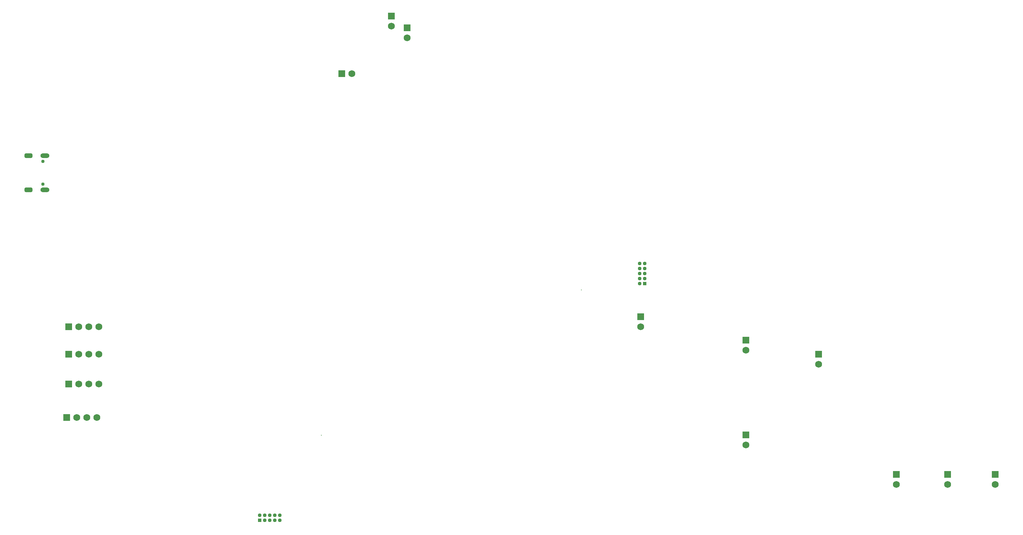
<source format=gbr>
%TF.GenerationSoftware,Altium Limited,Altium Designer,24.2.2 (26)*%
G04 Layer_Color=16711935*
%FSLAX45Y45*%
%MOMM*%
%TF.SameCoordinates,E801744C-0769-472F-B71A-A4CB6A2CC1AD*%
%TF.FilePolarity,Negative*%
%TF.FileFunction,Soldermask,Bot*%
%TF.Part,Single*%
G01*
G75*
%TA.AperFunction,ComponentPad*%
%ADD110R,1.72720X1.72720*%
%ADD111C,1.72720*%
G04:AMPARAMS|DCode=112|XSize=2.0032mm|YSize=1.2032mm|CornerRadius=0.3516mm|HoleSize=0mm|Usage=FLASHONLY|Rotation=0.000|XOffset=0mm|YOffset=0mm|HoleType=Round|Shape=RoundedRectangle|*
%AMROUNDEDRECTD112*
21,1,2.00320,0.50000,0,0,0.0*
21,1,1.30000,1.20320,0,0,0.0*
1,1,0.70320,0.65000,-0.25000*
1,1,0.70320,-0.65000,-0.25000*
1,1,0.70320,-0.65000,0.25000*
1,1,0.70320,0.65000,0.25000*
%
%ADD112ROUNDEDRECTD112*%
%ADD113O,2.30320X1.20320*%
%ADD114C,0.85320*%
%ADD115R,1.72720X1.72720*%
%ADD116R,0.94320X0.94320*%
%ADD117C,0.94320*%
%ADD118C,0.20320*%
%ADD119R,0.94320X0.94320*%
D110*
X18360011Y1760002D02*
D03*
X24660014Y760002D02*
D03*
X23460014D02*
D03*
X22160013D02*
D03*
X18360011Y4160004D02*
D03*
X20200000Y3800000D02*
D03*
X9400000Y12354000D02*
D03*
X15700000Y4754000D02*
D03*
X9800000Y12054000D02*
D03*
D111*
X18360011Y1506002D02*
D03*
X24660014Y506002D02*
D03*
X23460014D02*
D03*
X22160013D02*
D03*
X18360011Y3906004D02*
D03*
X20200000Y3546000D02*
D03*
X8400000Y10900000D02*
D03*
X9400000Y12100000D02*
D03*
X15700000Y4500000D02*
D03*
X9800000Y11800000D02*
D03*
X1754016Y3799984D02*
D03*
X1500000Y3800000D02*
D03*
X2008000D02*
D03*
X1758017Y4499984D02*
D03*
X1504000Y4500000D02*
D03*
X2012000D02*
D03*
X1758017Y3049983D02*
D03*
X1504000Y3050000D02*
D03*
X2012000D02*
D03*
X1708016Y2199984D02*
D03*
X1454000Y2200000D02*
D03*
X1962000D02*
D03*
D112*
X232000Y8821000D02*
D03*
Y7957000D02*
D03*
D113*
X650000Y8821000D02*
D03*
Y7957000D02*
D03*
D114*
X600000Y8100000D02*
D03*
Y8678000D02*
D03*
D115*
X8146000Y10900000D02*
D03*
X1246000Y3800000D02*
D03*
X1250000Y4500000D02*
D03*
Y3050000D02*
D03*
X1200000Y2200000D02*
D03*
D116*
X6073000Y-400000D02*
D03*
D117*
X6200000D02*
D03*
X6327000D02*
D03*
X6454000D02*
D03*
X6581000D02*
D03*
X6073000Y-273000D02*
D03*
X6200000D02*
D03*
X6327000D02*
D03*
X6454000D02*
D03*
X6581000D02*
D03*
X15800000Y5719000D02*
D03*
Y5846000D02*
D03*
Y5973000D02*
D03*
Y6100000D02*
D03*
X15673000Y5592000D02*
D03*
Y5719000D02*
D03*
Y5846000D02*
D03*
Y5973000D02*
D03*
Y6100000D02*
D03*
D118*
X14201601Y5430000D02*
D03*
X7630000Y1750000D02*
D03*
D119*
X15800000Y5592000D02*
D03*
%TF.MD5,1374a9a45b2efc5749074f8f8f9811c0*%
M02*

</source>
